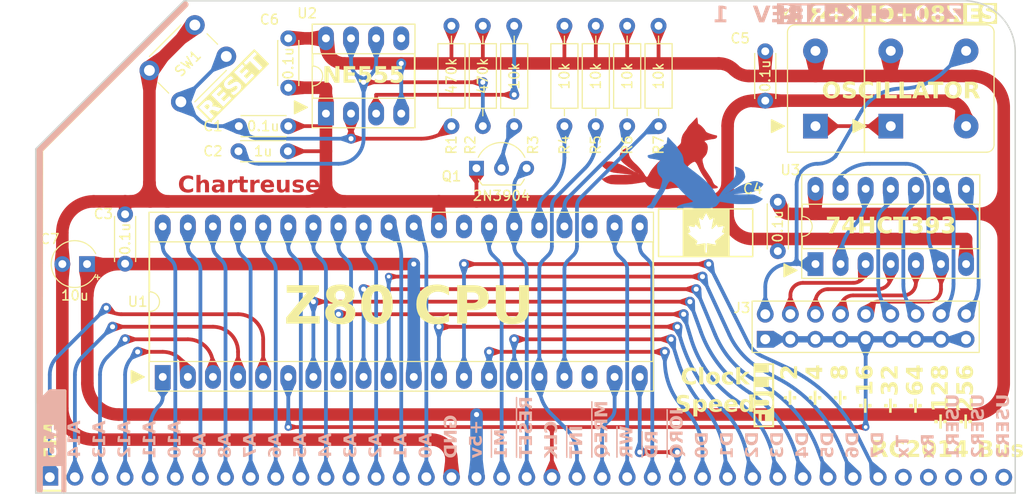
<source format=kicad_pcb>
(kicad_pcb (version 20240108) (generator "pcbnew") (generator_version "8.0")
  (layers (0 "F.Cu" signal) (31 "B.Cu" signal) (34 "B.Paste" user) (35 "F.Paste" user) (36 "B.SilkS" user "B.Silkscreen") (37 "F.SilkS" user "F.Silkscreen") (38 "B.Mask" user) (39 "F.Mask" user) (44 "Edge.Cuts" user))
  (net 0 "")
  (net 1 "/a15")
  (net 2 "/a14")
  (net 3 "/a13")
  (net 4 "/a12")
  (net 5 "/a11")
  (net 6 "/a10")
  (net 7 "/a9")
  (net 8 "/a8")
  (net 9 "/a7")
  (net 10 "/a6")
  (net 11 "/a5")
  (net 12 "/a4")
  (net 13 "/a3")
  (net 14 "/a2")
  (net 15 "/a1")
  (net 16 "/a0")
  (net 17 "GND")
  (net 18 "+5V")
  (net 19 "/~{m1}")
  (net 20 "/~{reset}")
  (net 21 "/clk")
  (net 22 "/~{int}")
  (net 23 "/~{mreq}")
  (net 24 "/~{wr}")
  (net 25 "/~{rd}")
  (net 26 "/~{iorq}")
  (net 27 "/d0")
  (net 28 "/d1")
  (net 29 "/d2")
  (net 30 "/d3")
  (net 31 "/d4")
  (net 32 "/d5")
  (net 33 "/d6")
  (net 34 "/d7")
  (net 35 "/tx")
  (net 36 "/rx")
  (net 37 "/user1")
  (net 38 "/user2")
  (net 39 "/user3")
  (net 40 "Net-(U2-TRIG)")
  (net 41 "Net-(U2-DISCH)")
  (net 42 "Net-(Q1-B)")
  (net 43 "Net-(U2-OUT)")
  (net 44 "/~{nmi}")
  (net 45 "/~{busrq}")
  (net 46 "/~{wait}")
  (net 51 "unconnected-(X1-NC-Pad1)")
  (net 52 "Net-(J3-Pin_12)")
  (net 53 "Net-(J3-Pin_8)")
  (net 54 "Net-(J3-Pin_16)")
  (net 55 "Net-(J3-Pin_2)")
  (net 56 "Net-(J3-Pin_10)")
  (net 57 "Net-(J3-Pin_14)")
  (net 58 "Net-(J3-Pin_4)")
  (net 59 "Net-(J3-Pin_6)")
  (net 60 "Net-(J3-Pin_18)")
  (footprint "Connector_PinHeader_2.54mm:PinHeader_2x09_P2.54mm_Vertical" (layer "F.Cu") (at 176.53 102.87 90)
    (property "Reference" "J3")
    (property "Value" "Conn_02x09_Odd_Even" (hide yes))
  )
  (footprint "Capacitor_THT:C_Disc_D4.3mm_W1.9mm_P5.00mm" (layer "F.Cu") (at 176.53 73.7 -90)
    (property "Reference" "C5")
    (property "Value" "0.1u")
  )
  (footprint "Package_DIP:DIP-8_W7.62mm_Socket_LongPads" (layer "F.Cu") (at 132.08 80.01 90)
    (property "Reference" "U2")
    (property "Value" "NE555")
  )
  (footprint "Resistor_THT:R_Axial_DIN0207_L6.3mm_D2.5mm_P10.16mm_Horizontal" (layer "F.Cu") (at 159.385 71.12 -90)
    (property "Reference" "R5")
    (property "Value" "10k")
  )
  (footprint "Package_DIP:DIP-40_W15.24mm_Socket_LongPads" (layer "F.Cu") (at 115.57 106.68 90)
    (property "Reference" "U1")
    (property "Value" "Z80 CPU")
  )
  (footprint "Connector_PinHeader_2.54mm:PinHeader_1x39_P2.54mm_Vertical" (layer "F.Cu") (at 104.14 116.84 90)
    (property "Reference" "J1" (hide yes))
    (property "Value" "RC2014 Bus")
  )
  (footprint "Oscillator:Oscillator_DIP-14_LargePads" (layer "F.Cu") (at 181.61 81.28)
    (property "Reference" "X1")
    (property "Value" "ACO-7.3728MHz")
  )
  (footprint "Resistor_THT:R_Axial_DIN0207_L6.3mm_D2.5mm_P10.16mm_Horizontal" (layer "F.Cu") (at 147.955 81.28 90)
    (property "Reference" "R2")
    (property "Value" "470k")
  )
  (footprint "Capacitor_THT:C_Disc_D4.3mm_W1.9mm_P5.00mm" (layer "F.Cu") (at 123.23 83.82)
    (property "Reference" "C2")
    (property "Value" "1u")
  )
  (footprint "Package_DIP:DIP-14_W7.62mm_Socket_LongPads" (layer "F.Cu") (at 181.61 95.25 90)
    (property "Reference" "U3")
    (property "Value" "74HCT393")
  )
  (footprint "Button_Switch_THT:SW_PUSH_6mm" (layer "F.Cu") (at 114.220913 75.637107 45)
    (property "Reference" "SW1")
    (property "Value" "RESET")
  )
  (footprint "MountingHole:MountingHole_3.2mm_M3" (layer "F.Cu") (at 108.585 81.28)
    (property "Reference" "REF**" (hide yes))
    (property "Value" "MountingHole_3.2mm_M3")
  )
  (footprint "custom:kitlogo" (layer "F.Cu") (at 165.989 83.82)
    (property "Reference" "G***" (hide yes))
    (property "Value" "LOGO" (hide yes))
  )
  (footprint "Capacitor_THT:C_Disc_D4.3mm_W1.9mm_P5.00mm" (layer "F.Cu") (at 128.27 72.39 -90)
    (property "Reference" "C6")
    (property "Value" "0.1u")
  )
  (footprint "Capacitor_THT:C_Disc_D4.3mm_W1.9mm_P5.00mm" (layer "F.Cu") (at 177.8 88.94 -90)
    (property "Reference" "C4")
    (property "Value" "0.1u")
  )
  (footprint "Resistor_THT:R_Axial_DIN0207_L6.3mm_D2.5mm_P10.16mm_Horizontal" (layer "F.Cu") (at 165.735 71.12 -90)
    (property "Reference" "R7")
    (property "Value" "10k")
  )
  (footprint "Capacitor_THT:CP_Radial_Tantal_D4.5mm_P2.50mm" (layer "F.Cu") (at 107.91 95.25 180)
    (property "Reference" "C7")
    (property "Value" "10u")
  )
  (footprint "Resistor_THT:R_Axial_DIN0207_L6.3mm_D2.5mm_P10.16mm_Horizontal" (layer "F.Cu") (at 156.21 71.12 -90)
    (property "Reference" "R4")
    (property "Value" "10k")
  )
  (footprint "Package_TO_SOT_THT:TO-92L_Inline_Wide" (layer "F.Cu") (at 147.31 85.54)
    (property "Reference" "Q1")
    (property "Value" "2N3904")
  )
  (footprint "Resistor_THT:R_Axial_DIN0207_L6.3mm_D2.5mm_P10.16mm_Horizontal" (layer "F.Cu") (at 151.13 71.12 -90)
    (property "Reference" "R3")
    (property "Value" "10k")
  )
  (footprint "Resistor_THT:R_Axial_DIN0207_L6.3mm_D2.5mm_P10.16mm_Horizontal" (layer "F.Cu") (at 162.56 71.12 -90)
    (property "Reference" "R6")
    (property "Value" "10k")
  )
  (footprint "Capacitor_THT:C_Disc_D4.3mm_W1.9mm_P5.00mm" (layer "F.Cu") (at 123.27 81.28)
    (property "Reference" "C1")
    (property "Value" "0.1u")
  )
  (footprint "Resistor_THT:R_Axial_DIN0207_L6.3mm_D2.5mm_P10.16mm_Horizontal" (layer "F.Cu") (at 144.78 71.12 -90)
    (property "Reference" "R1")
    (property "Value" "470k")
  )
  (footprint "Capacitor_THT:C_Disc_D4.3mm_W1.9mm_P5.00mm" (layer "F.Cu") (at 111.76 95.21 90)
    (property "Reference" "C3")
    (property "Value" "0.1u")
  )
  (footprint "custom:kitlogo" (layer "B.Cu") (at 170.303007 85.811031 180)
    (property "Reference" "G***" (hide yes))
    (property "Value" "LOGO" (hide yes))
  )
  (gr_arc (start 198.12 90.17) (mid 199.916051 90.913949) (end 200.66 92.71) (stroke (width 1.27)) (layer "F.Cu") (net 18))
  (gr_arc (start 133.984162 88.898324) (mid 132.637124 88.340362) (end 132.079162 86.993324) (stroke (width 1.27)) (layer "F.Cu") (net 17))
  (gr_arc (start 172.72 86.995) (mid 172.162038 88.342038) (end 170.815 88.9) (stroke (width 1.27)) (layer "F.Cu") (net 17))
  (gr_arc (start 170.840401 88.886332) (mid 171.975953 89.258453) (end 172.67103 90.230472) (stroke (width 1.27)) (layer "F.Cu") (net 17))
  (gr_arc (start 200.66 87.63) (mid 199.916051 89.426051) (end 198.12 90.17) (stroke (width 1.27)) (layer "F.Cu") (net 18))
  (gr_arc (start 132.079162 86.994162) (mid 131.5212 88.3412) (end 130.174162 88.899162) (stroke (width 1.27)) (layer "F.Cu") (net 17))
  (gr_arc (start 154.305 111.76) (mid 154.754013 111.945987) (end 154.94 112.395) (stroke (width 0.381)) (layer "F.Cu") (net 21))
  (gr_arc (start 116.1288 88.899162) (mid 114.781762 88.3412) (end 114.2238 86.994162) (stroke (width 1.27)) (layer "F.Cu") (net 17))
  (gr_arc (start 114.2238 86.995) (mid 113.665838 88.342038) (end 112.3188 88.9) (stroke (width 1.27)) (layer "F.Cu") (net 17))
  (gr_arc (start 154.94 112.395) (mid 155.125987 111.945987) (end 155.575 111.76) (stroke (width 0.381)) (layer "F.Cu") (net 21))
  (gr_arc (start 107.95 98.425) (mid 108.879936 96.179936) (end 111.125 95.25) (stroke (width 1.27)) (layer "F.Cu") (net 18))
  (gr_arc (start 180.34 95.25) (mid 179.890987 95.064013) (end 179.705 94.615) (stroke (width 0.381)) (layer "B.Cu") (net 55))
  (gr_arc (start 179.705 94.615) (mid 179.519013 95.064013) (end 179.07 95.25) (stroke (width 0.381)) (layer "B.Cu") (net 55))
  (gr_line (start 103.124 83.693) (end 117.856 68.961) (stroke (width 0.635)) (layer "B.SilkS"))
  (gr_line (start 103.124 118.1354) (end 103.124 83.82) (stroke (width 0.635)) (layer "B.SilkS"))
  (gr_poly (pts (xy 104.1146 108.0008) (xy 103.1494 108.966) (xy 103.1494 111.4552) (xy 105.7402 111.4552) (xy 105.7148 108.0008)) (stroke (width 0.15)) (fill solid) (layer "B.SilkS"))
  (gr_poly (pts (xy 103.4288 114.9858) (xy 103.4288 115.6462) (xy 105.7402 115.6208) (xy 105.7402 111.4298) (xy 104.9528 111.4552) (xy 105.0036 114.9858)) (stroke (width 0.15)) (fill solid) (layer "B.SilkS"))
  (gr_line (start 105.5624 115.443) (end 105.5624 118.2624) (stroke (width 0.508)) (layer "B.SilkS"))
  (gr_line (start 105.7148 108.09478) (end 105.7148 118.20652) (stroke (width 0.2)) (layer "F.SilkS"))
  (gr_line (start 102.96398 118.20652) (end 102.96398 109.27588) (stroke (width 0.2)) (layer "F.SilkS"))
  (gr_poly (pts (xy 186.69 81.28) (xy 185.42 81.915) (xy 185.42 80.645)) (stroke (width 0.15)) (fill solid) (layer "F.SilkS"))
  (gr_poly (pts (xy 130.175 79.375) (xy 128.905 80.01) (xy 128.905 78.74)) (stroke (width 0.15)) (fill solid) (layer "F.SilkS"))
  (gr_poly (pts (xy 113.665 106.68) (xy 112.395 107.315) (xy 112.395 106.045)) (stroke (width 0.15)) (fill solid) (layer "F.SilkS"))
  (gr_poly (pts (xy 178.435 81.28) (xy 177.165 81.915) (xy 177.165 80.645)) (stroke (width 0.15)) (fill solid) (layer "F.SilkS"))
  (gr_poly (pts (xy 103.7082 115.57) (xy 105.7148 115.57) (xy 105.7148 114.7064) (xy 103.7082 114.7064)) (stroke (width 0.15)) (fill solid) (layer "F.SilkS"))
  (gr_rect (start 165.735 89.662) (end 175.26 94.488) (stroke (width 0.15)) (fill none) (layer "F.SilkS"))
  (gr_line (start 103.124 109.27588) (end 103.15702 83.693) (stroke (width 0.635)) (layer "F.SilkS"))
  (gr_line (start 102.96398 118.20652) (end 105.7148 118.20652) (stroke (width 0.2)) (layer "F.SilkS"))
  (gr_line (start 103.15702 83.693) (end 117.856 68.961) (stroke (width 0.635)) (layer "F.SilkS"))
  (gr_line (start 186.563 71.12) (end 186.563 83.947) (stroke (width 0.15)) (layer "F.SilkS"))
  (gr_line (start 102.96398 109.27588) (end 104.14508 108.09478) (stroke (width 0.2)) (layer "F.SilkS"))
  (gr_poly (pts (xy 172.93332 94.45625) (xy 168.17082 94.45625) (xy 168.17082 92.139492) (xy 168.706601 92.139492) (xy 169.64025 92.895539) (xy 169.64222 92.897204) (xy 169.644111 92.898936) (xy 169.645921 92.900731) (xy 169.64765 92.902586) (xy 169.649298 92.904499) (xy 169.650863 92.906467) (xy 169.652344 92.908487) (xy 169.653741 92.910556) (xy 169.655054 92.912673) (xy 169.65628 92.914833) (xy 169.657421 92.917035) (xy 169.658474 92.919275) (xy 169.65944 92.921551) (xy 169.660317 92.923861) (xy 169.661104 92.9262) (xy 169.661801 92.928567) (xy 169.662408 92.93096) (xy 169.662923 92.933374) (xy 169.663346 92.935808) (xy 169.663675 92.938258) (xy 169.663911 92.940722) (xy 169.664052 92.943198) (xy 169.664097 92.945682) (xy 169.664047 92.948172) (xy 169.663899 92.950664) (xy 169.663655 92.953158) (xy 169.663311 92.955648) (xy 169.662869 92.958134) (xy 169.662327 92.960611) (xy 169.661684 92.963078) (xy 169.66094 92.965531) (xy 169.660093 92.967969) (xy 169.545 93.285469) (xy 170.397289 93.135648) (xy 170.402571 93.134893) (xy 170.407857 93.134439) (xy 170.413135 93.134284) (xy 170.418394 93.134424) (xy 170.423621 93.134855) (xy 170.428804 93.135574) (xy 170.433933 93.136579) (xy 170.438994 93.137865) (xy 170.443976 93.139429) (xy 170.448868 93.141268) (xy 170.453657 93.143378) (xy 170.458331 93.145756) (xy 170.46288 93.148399) (xy 170.46729 93.151304) (xy 170.47155 93.154466) (xy 170.475648 93.157883) (xy 170.479546 93.161526) (xy 170.483212 93.165361) (xy 170.486641 93.169377) (xy 170.489827 93.173563) (xy 170.492766 93.177907) (xy 170.495454 93.182397) (xy 170.497885 93.187023) (xy 170.500054 93.191774) (xy 170.501957 93.196636) (xy 170.503589 93.201601) (xy 170.504946 93.206655) (xy 170.506021 93.211789) (xy 170.506811 93.216989) (xy 170.507311 93.222246) (xy 170.507516 93.227548) (xy 170.507421 93.232883) (xy 170.462773 94.08914) (xy 170.641367 94.08914) (xy 170.596718 93.232883) (xy 170.596623 93.227548) (xy 170.596828 93.222246) (xy 170.597328 93.216989) (xy 170.598118 93.211789) (xy 170.599194 93.206655) (xy 170.60055 93.201601) (xy 170.602183 93.196636) (xy 170.604086 93.191774) (xy 170.606255 93.187023) (xy 170.608686 93.182397) (xy 170.611373 93.177907) (xy 170.614313 93.173563) (xy 170.617499 93.169377) (xy 170.620928 93.165361) (xy 170.624594 93.161526) (xy 170.628492 93.157883) (xy 170.63259 93.154466) (xy 170.63685 93.151304) (xy 170.64126 93.148399) (xy 170.645808 93.145756) (xy 170.650483 93.143378) (xy 170.655272 93.141268) (xy 170.660163 93.139429) (xy 170.665146 93.137865) (xy 170.670207 93.136579) (xy 170.675336 93.135574) (xy 170.680519 93.134855) (xy 170.685746 93.134424) (xy 170.691005 93.134284) (xy 170.696283 93.134439) (xy 170.701569 93.134893) (xy 170.706851 93.135648) (xy 171.55914 93.285469) (xy 171.444046 92.967969) (xy 171.442456 92.963078) (xy 171.441271 92.958134) (xy 171.440485 92.953158) (xy 171.440093 92.948172) (xy 171.440088 92.943198) (xy 171.440465 92.938258) (xy 171.441217 92.933374) (xy 171.442338 92.928567) (xy 171.443823 92.923861) (xy 171.445666 92.919275) (xy 171.447859 92.914833) (xy 171.450399 92.910556) (xy 171.453277 92.906467) (xy 171.456489 92.902586) (xy 171.460029 92.898936) (xy 171.46389 92.895539) (xy 172.397539 92.139492) (xy 172.187195 92.041266) (xy 172.184483 92.039906) (xy 172.181861 92.038436) (xy 172.17933 92.036858) (xy 172.176891 92.035177) (xy 172.174547 92.033397) (xy 172.1723 92.031522) (xy 172.17015 92.029556) (xy 172.1681 92.027503) (xy 172.166152 92.025368) (xy 172.164308 92.023154) (xy 172.162568 92.020866) (xy 172.160936 92.018507) (xy 172.159412 92.016082) (xy 172.157999 92.013595) (xy 172.156697 92.01105) (xy 172.15551 92.008451) (xy 172.154439 92.005802) (xy 172.153485 92.003108) (xy 172.15265 92.000372) (xy 172.151937 91.997598) (xy 172.151346 91.994791) (xy 172.15088 91.991955) (xy 172.150541 91.989093) (xy 172.150329 91.986211) (xy 172.150247 91.983311) (xy 172.150297 91.980399) (xy 172.150481 91.977477) (xy 172.150799 91.974551) (xy 172.151255 91.971625) (xy 172.151849 91.968702) (xy 172.152584 91.965786) (xy 172.153461 91.962883) (xy 172.338007 91.395352) (xy 171.800242 91.509453) (xy 171.797425 91.509976) (xy 171.794611 91.510371) (xy 171.791802 91.510641) (xy 171.789001 91.510788) (xy 171.78344 91.510716) (xy 171.777954 91.510169) (xy 171.77257 91.509163) (xy 171.767315 91.507711) (xy 171.762216 91.505826) (xy 171.7573 91.503524) (xy 171.752595 91.500818) (xy 171.748126 91.497722) (xy 171.743922 91.494251) (xy 171.74001 91.490418) (xy 171.736415 91.486237) (xy 171.733166 91.481723) (xy 171.73168 91.479345) (xy 171.730289 91.476889) (xy 171.728999 91.474357) (xy 171.727812 91.47175) (xy 171.623632 91.22668) (xy 171.203937 91.677133) (xy 171.202056 91.679036) (xy 171.200112 91.680849) (xy 171.198108 91.682569) (xy 171.196046 91.684197) (xy 171.19393 91.685733) (xy 171.191764 91.687174) (xy 171.189549 91.688522) (xy 171.187289 91.689775) (xy 171.184988 91.690934) (xy 171.182648 91.691996) (xy 171.180273 91.692963) (xy 171.177865 91.693833) (xy 171.172964 91.695281) (xy 171.167971 91.696337) (xy 171.162911 91.696995) (xy 171.157807 91.697252) (xy 171.155247 91.697229) (xy 171.152686 91.697104) (xy 171.150126 91.696876) (xy 171.147571 91.696545) (xy 171.145024 91.696111) (xy 171.142487 91.695573) (xy 171.139965 91.694931) (xy 171.13746 91.694183) (xy 171.134976 91.69333) (xy 171.132515 91.692371) (xy 171.13008 91.691305) (xy 171.127675 91.690132) (xy 171.12532 91.68886) (xy 171.123035 91.687503) (xy 171.120821 91.686061) (xy 171.11868 91.684539) (xy 171.116613 91.682939) (xy 171.114621 91.681264) (xy 171.112706 91.679516) (xy 171.110869 91.677699) (xy 171.109112 91.675815) (xy 171.107436 91.673867) (xy 171.105841 91.671858) (xy 171.104331 91.669791) (xy 171.102905 91.667669) (xy 171.101566 91.665494) (xy 171.100315 91.663269) (xy 171.099153 91.660997) (xy 171.098081 91.658682) (xy 171.097101 91.656325) (xy 171.096215 91.653929) (xy 171.095423 91.651498) (xy 171.094727 91.649034) (xy 171.094128 91.64654) (xy 171.093629 91.64402) (xy 171.093229 91.641474) (xy 171.092931 91.638908) (xy 171.092736 91.636323) (xy 171.092645 91.633721) (xy 171.09266 91.631107) (xy 171.092782 91.628483) (xy 171.093013 91.625852) (xy 171.093353 91.623216) (xy 171.093804 91.620578) (xy 171.29621 90.576797) (xy 170.971765 90.76432) (xy 170.968843 90.765933) (xy 170.965857 90.767385) (xy 170.962811 90.768677) (xy 170.959714 90.769808) (xy 170.95657 90.770777) (xy 170.953388 90.771582) (xy 170.950172 90.772224) (xy 170.94693 90.772702) (xy 170.943668 90.773014) (xy 170.940392 90.773161) (xy 170.937109 90.77314) (xy 170.933825 90.772952) (xy 170.930547 90.772596) (xy 170.927281 90.77207) (xy 170.924033 90.771374) (xy 170.920811 90.770508) (xy 170.917637 90.769477) (xy 170.914536 90.768288) (xy 170.911511 90.766948) (xy 170.908569 90.765458) (xy 170.905714 90.763825) (xy 170.902951 90.762052) (xy 170.900285 90.760142) (xy 170.897721 90.758102) (xy 170.895264 90.755933) (xy 170.892919 90.753641) (xy 170.890691 90.75123) (xy 170.888584 90.748704) (xy 170.886605 90.746066) (xy 170.884757 90.743323) (xy 170.883046 90.740476) (xy 170.881476 90.737531) (xy 170.55207 90.090625) (xy 170.222664 90.737531) (xy 170.221094 90.740476) (xy 170.219383 90.743323) (xy 170.217535 90.746066) (xy 170.215556 90.748704) (xy 170.213449 90.75123) (xy 170.211221 90.753641) (xy 170.208876 90.755933) (xy 170.206419 90.758102) (xy 170.203855 90.760142) (xy 170.201189 90.762052) (xy 170.198426 90.763825) (xy 170.195571 90.765458) (xy 170.192629 90.766948) (xy 170.189604 90.768288) (xy 170.186503 90.769477) (xy 170.183329 90.770508) (xy 170.180107 90.771374) (xy 170.176859 90.77207) (xy 170.173593 90.772596) (xy 170.170315 90.772952) (xy 170.167031 90.77314) (xy 170.163748 90.773161) (xy 170.160472 90.773014) (xy 170.15721 90.772702) (xy 170.153968 90.772224) (xy 170.150752 90.771582) (xy 170.147569 90.770777) (xy 170.144426 90.769808) (xy 170.141328 90.768677) (xy 170.138283 90.767385) (xy 170.135296 90.765933) (xy 170.132375 90.76432) (xy 169.807929 90.576797) (xy 170.010336 91.620578) (xy 170.011127 91.625852) (xy 170.011479 91.631107) (xy 170.011404 91.636323) (xy 170.010911 91.641474) (xy 170.010011 91.64654) (xy 170.008717 91.651498) (xy 170.007039 91.656325) (xy 170.004987 91.660997) (xy 170.002573 91.665494) (xy 169.999809 91.669791) (xy 169.996704 91.673867) (xy 169.99327 91.677699) (xy 169.989518 91.681264) (xy 169.98546 91.684539) (xy 169.981105 91.687503) (xy 169.976465 91.690132) (xy 169.971625 91.692371) (xy 169.966679 91.694183) (xy 169.961652 91.695573) (xy 169.956569 91.696545) (xy 169.951454 91.697104) (xy 169.946333 91.697252) (xy 169.941229 91.696995) (xy 169.936168 91.696337) (xy 169.931175 91.695281) (xy 169.926275 91.693833) (xy 169.921492 91.691996) (xy 169.916851 91.689775) (xy 169.912376 91.687174) (xy 169.908094 91.684197) (xy 169.904028 91.680849) (xy 169.900203 91.677133) (xy 169.480507 91.22668) (xy 169.376328 91.47175) (xy 169.375141 91.474357) (xy 169.37385 91.476889) (xy 169.37246 91.479345) (xy 169.370974 91.481723) (xy 169.369394 91.484021) (xy 169.367725 91.486237) (xy 169.365969 91.48837) (xy 169.36413 91.490418) (xy 169.362212 91.492379) (xy 169.360217 91.494251) (xy 169.35815 91.496033) (xy 169.356014 91.497722) (xy 169.353811 91.499318) (xy 169.351545 91.500818) (xy 169.349221 91.502221) (xy 169.34684 91.503524) (xy 169.344407 91.504727) (xy 169.341924 91.505826) (xy 169.339396 91.506822) (xy 169.336825 91.507711) (xy 169.334216 91.508492) (xy 169.33157 91.509163) (xy 169.328893 91.509723) (xy 169.326186 91.510169) (xy 169.323454 91.510501) (xy 169.3207 91.510716) (xy 169.317927 91.510812) (xy 169.315138 91.510788) (xy 169.312338 91.510641) (xy 169.309529 91.510371) (xy 169.306714 91.509976) (xy 169.303898 91.509453) (xy 168.766132 91.395352) (xy 168.950679 91.962883) (xy 168.951556 91.965786) (xy 168.952291 91.968702) (xy 168.952885 91.971625) (xy 168.953341 91.974551) (xy 168.953659 91.977477) (xy 168.953843 91.980399) (xy 168.953893 91.983311) (xy 168.953811 91.986211) (xy 168.953599 91.989093) (xy 168.953259 91.991955) (xy 168.952203 91.997598) (xy 168.950655 92.003108) (xy 168.948629 92.008451) (xy 168.946141 92.013595) (xy 168.943204 92.018507) (xy 168.939832 92.023154) (xy 168.937987 92.025368) (xy 168.936039 92.027503) (xy 168.93399 92.029556) (xy 168.93184 92.031522) (xy 168.929593 92.033397) (xy 168.927249 92.035177) (xy 168.92481 92.036858) (xy 168.922279 92.038436) (xy 168.919657 92.039906) (xy 168.916945 92.041266) (xy 168.706601 92.139492) (xy 168.17082 92.139492) (xy 168.17082 89.69375) (xy 172.93332 89.69375)) (stroke (width -0.000001)) (fill solid) (layer "F.SilkS"))
  (gr_poly (pts (xy 103.55453 108.68533) (xy 105.7148 108.6866) (xy 105.7148 108.09478) (xy 104.14508 108.09478)) (stroke (width 0.15)) (fill solid) (layer "F.SilkS"))
  (gr_line (start 104.14508 108.09478) (end 105.7148 108.09478) (stroke (width 0.2)) (layer "F.SilkS"))
  (gr_poly (pts (xy 179.705 95.885) (xy 178.435 96.52) (xy 178.435 95.25)) (stroke (width 0.15)) (fill solid) (layer "F.SilkS"))
  (gr_poly (pts (xy 103.6828 108.5596) (xy 103.7082 115.57) (xy 102.9462 115.57) (xy 102.96398 109.27588)) (stroke (width 0.15)) (fill solid) (layer "F.SilkS"))
  (gr_arc (start 196.6374 68.58) (mid 200.300213 70.097187) (end 201.8174 73.76) (stroke (width 0.15)) (layer "Edge.Cuts"))
  (gr_line (start 102.7176 83.5914) (end 102.7176 118.4402) (stroke (width 0.15)) (layer "Edge.Cuts"))
  (gr_line (start 102.7176 118.4402) (end 201.819 118.4402) (stroke (width 0.15)) (layer "Edge.Cuts"))
  (gr_line (start 201.819 73.76) (end 201.819 118.4402) (stroke (width 0.15)) (layer "Edge.Cuts"))
  (gr_line (start 117.729 68.58) (end 102.7176 83.5914) (stroke (width 0.15)) (layer "Edge.Cuts"))
  (gr_line (start 196.6374 68.58) (end 117.729 68.58) (stroke (width 0.15)) (layer "Edge.Cuts"))
  (gr_text "Chartreuse" (at 117.094 88.265 0) (layer "F.Cu") (effects (font (size 1.651 1.651) (thickness 0.3) (bold yes)) (justify left bottom)))
  (gr_text "D5" (at 182.88 114.935 90) (layer "B.SilkS") (effects (font (size 1.27 1.27)) (justify right mirror)))
  (gr_text "A6" (at 127 114.935 90) (layer "B.SilkS") (effects (font (size 1.27 1.27)) (justify right mirror)))
  (gr_text "D3" (at 177.8 114.935 90) (layer "B.SilkS") (effects (font (size 1.27 1.27)) (justify right mirror)))
  (gr_text "Rx" (at 193.04 114.935 90) (layer "B.SilkS") (effects (font (size 1.27 1.27)) (justify right mirror)))
  (gr_text "Tx" (at 190.5 114.935 90) (layer "B.SilkS") (effects (font (size 1.27 1.27)) (justify right mirror)))
  (gr_text "A8" (at 121.92 114.935 90) (layer "B.SilkS") (effects (font (size 1.27 1.27)) (justify right mirror)))
  (gr_text "A2" (at 137.16 114.935 90) (layer "B.SilkS") (effects (font (size 1.27 1.27)) (justify right mirror)))
  (gr_text "A11" (at 114.3 114.935 90) (layer "B.SilkS") (effects (font (size 1.27 1.27)) (justify right mirror)))
  (gr_text "A9" (at 119.38 114.935 90) (layer "B.SilkS") (effects (font (size 1.27 1.27)) (justify right mirror)))
  (gr_text "~{MREQ}" (at 160.02 114.935 90) (layer "B.SilkS") (effects (font (size 1.27 1.27)) (justify right mirror)))
  (gr_text "~{M1}" (at 149.86 114.935 90) (layer "B.SilkS") (effects (font (size 1.27 1.27)) (justify right mirror)))
  (gr_text "D4" (at 180.34 114.935 90) (layer "B.SilkS") (effects (font (size 1.27 1.27)) (justify right mirror)))
  (gr_text "A3" (at 134.62 114.935 90) (layer "B.SilkS") (effects (font (size 1.27 1.27)) (justify right mirror)))
  (gr_text "D6" (at 185.42 114.935 90) (layer "B.SilkS") (effects (font (size 1.27 1.27)) (justify right mirror)))
  (gr_text "+5v" (at 147.32 114.935 90) (layer "B.SilkS") (effects (font (size 1.27 1.27)) (justify right mirror)))
  (gr_text "D0" (at 170.18 114.935 90) (layer "B.SilkS") (effects (font (size 1.27 1.27)) (justify right mirror)))
  (gr_text "A1" (at 139.7 114.935 90) (layer "B.SilkS") (effects (font (size 1.27 1.27)) (justify right mirror)))
  (gr_text "USER3" (at 200.66 114.935 90) (layer "B.SilkS") (effects (font (size 1.27 1.27)) (justify right mirror)))
  (gr_text "CLK" (at 154.94 114.935 90) (layer "B.SilkS") (effects (font (size 1.27 1.27)) (justify right mirror)))
  (gr_text "D1" (at 172.72 114.935 90) (layer "B.SilkS") (effects (font (size 1.27 1.27)) (justify right mirror)))
  (gr_text "~{RESET}" (at 152.4 114.935 90) (layer "B.SilkS") (effects (font (size 1.27 1.27)) (justify right mirror)))
  (gr_text "A10" (at 116.84 114.935 90) (layer "B.SilkS") (effects (font (size 1.27 1.27)) (justify right mirror)))
  (gr_text "~{WR}" (at 162.56 114.935 90) (layer "B.SilkS") (effects (font (size 1.27 1.27)) (justify right mirror)))
  (gr_text "USER1" (at 195.58 114.935 90) (layer "B.SilkS") (effects (font (size 1.27 1.27)) (justify right mirror)))
  (gr_text "Z80+CLK+RES" (at 196.469 71.0184 0) (layer "B.SilkS" knockout) (effects (font (size 1.651 1.651) (thickness 0.3) (bold yes)) (justify left bottom mirror)))
  (gr_text "A0" (at 142.24 114.935 90) (layer "B.SilkS") (effects (font (size 1.27 1.27)) (justify right mirror)))
  (gr_text "A15" (at 104.267 114.935 90) (layer "B.SilkS" knockout) (effects (font (size 1.27 1.27)) (justify right mirror)))
  (gr_text "~{IORQ}" (at 167.64 114.935 90) (layer "B.SilkS") (effects (font (size 1.27 1.27)) (justify right mirror)))
  (gr_text "A14" (at 106.68 114.935 90) (layer "B.SilkS") (effects (font (size 1.27 1.27)) (justify right mirror)))
  (gr_text "D2" (at 175.26 114.935 90) (layer "B.SilkS") (effects (font (size 1.27 1.27)) (justify right mirror)))
  (gr_text "A12" (at 111.76 114.935 90) (layer "B.SilkS") (effects (font (size 1.27 1.27)) (justify right mirror)))
  (gr_text "A5" (at 129.54 114.935 90) (layer "B.SilkS") (effects (font (size 1.27 1.27)) (justify right mirror)))
  (gr_text "REV   1" (at 180.4162 71.0438 0) (layer "B.SilkS") (effects (font (size 1.651 1.651)) (justify left bottom mirror)))
  (gr_text "GND" (at 144.78 114.935 90) (layer "B.SilkS") (effects (font (size 1.27 1.27)) (justify right mirror)))
  (gr_text "USER2" (at 198.12 114.935 90) (layer "B.SilkS") (effects (font (size 1.27 1.27)) (justify right mirror)))
  (gr_text "A13" (at 109.22 114.935 90) (layer "B.SilkS") (effects (font (size 1.27 1.27)) (justify right mirror)))
  (gr_text "A7" (at 124.46 114.935 90) (layer "B.SilkS") (effects (font (size 1.27 1.27)) (justify right mirror)))
  (gr_text "A4" (at 132.08 114.935 90) (layer "B.SilkS") (effects (font (size 1.27 1.27)) (justify right mirror)))
  (gr_text "~{INT}" (at 157.48 114.935 90) (layer "B.SilkS") (effects (font (size 1.27 1.27)) (justify right mirror)))
  (gr_text "~{RD}" (at 165.1 114.935 90) (layer "B.SilkS") (effects (font (size 1.27 1.27)) (justify right mirror)))
  (gr_text "D7" (at 187.96 114.935 90) (layer "B.SilkS") (effects (font (size 1.27 1.27)) (justify right mirror)))
  (gr_text "÷64" (at 191.77 105.41 90) (layer "F.SilkS") (effects (font (size 1.651 1.651)) (justify right)))
  (gr_text "OSCILLATOR" (at 182.245 78.74 0) (layer "F.SilkS") (effects (font (size 1.651 1.651) (thickness 0.3) (bold yes)) (justify left bottom)))
  (gr_text "Clock\nSpeed" (at 171.45 110.49 0) (layer "F.SilkS") (effects (font (size 1.651 1.651)) (justify bottom)))
  (gr_text "÷16" (at 186.69 105.41 90) (layer "F.SilkS") (effects (font (size 1.651 1.651)) (justify right)))
  (gr_text "Z80+CLK+RES" (at 181.229 70.993 0) (layer "F.SilkS" knockout) (effects (font (size 1.651 1.651) (thickness 0.3) (bold yes)) (justify left bottom)))
  (gr_text "Pin 1" (at 104.775 111.76 90) (layer "F.SilkS" knockout) (effects (font (size 1.5 1.5) (thickness 0.3))))
  (gr_text "FULL" (at 176.53 105.41 90) (layer "F.SilkS" knockout) (effects (font (size 1.651 1.651)) (justify right)))
  (gr_text "÷256" (at 196.85 105.41 90) (layer "F.SilkS") (effects (font (size 1.651 1.651)) (justify right)))
  (gr_text "÷ 8" (at 184.15 105.41 90) (layer "F.SilkS") (effects (font (size 1.651 1.651)) (justify right)))
  (gr_text "÷32" (at 189.23 105.41 90) (layer "F.SilkS") (effects (font (size 1.651 1.651)) (justify right)))
  (gr_text "÷ 2" (at 179.07 105.41 90) (layer "F.SilkS") (effects (font (size 1.651 1.651)) (justify right)))
  (gr_text "÷128" (at 194.31 105.41 90) (layer "F.SilkS") (effects (font (size 1.651 1.651)) (justify right)))
  (gr_text "÷ 4" (at 181.61 105.41 90) (layer "F.SilkS") (effects (font (size 1.651 1.651)) (justify right)))
  (segment (start 125.73 102.87) (end 125.73 106.68) (width 0.381) (layer "F.Cu") (net 1))
  (segment (start 111.388026 100.33) (end 123.19 100.33) (width 0.381) (layer "F.Cu") (net 1))
  (via (at 109.855 99.695) (size 1.016) (drill 0.508) (layers "F.Cu" "B.Cu") (net 1))
  (arc (start 125.73 102.87) (mid 124.986051 101.073949) (end 123.19 100.33) (width 0.381) (layer "F.Cu") (net 1))
  (arc (start 111.388026 100.33) (mid 110.558359 100.164969) (end 109.855 99.695) (width 0.381) (layer "F.Cu") (net 1))
  (segment (start 104.14 106.462102) (end 104.14 116.84) (width 0.381) (layer "B.Cu") (net 1))
  (segment (start 109.855 99.695) (end 104.883949 104.666051) (width 0.381) (layer "B.Cu") (net 1))
  (arc (start 104.14 106.462102) (mid 104.333346 105.490086) (end 104.883949 104.666051) (width 0.381) (layer "B.Cu") (net 1))
  (segment (start 123.19 104.14) (end 123.19 106.68) (width 0.381) (layer "F.Cu") (net 2))
  (segment (start 110.49 101.6) (end 120.65 101.6) (width 0.381) (layer "F.Cu") (net 2))
  (via (at 110.49 101.6) (size 1.016) (drill 0.508) (layers "F.Cu" "B.Cu") (net 2))
  (arc (start 123.19 104.14) (mid 122.446051 102.343949) (end 120.65 101.6) (width 0.381) (layer "F.Cu") (net 2))
  (segment (start 106.68 116.84) (end 106.68 106.462102) (width 0.381) (layer "B.Cu") (net 2))
  (segment (start 107.423949 104.666051) (end 110.49 101.6) (width 0.381) (layer "B.Cu") (net 2))
  (arc (start 106.68 106.462102) (mid 106.873346 105.490086) (end 107.423949 104.666051) (width 0.381) (layer "B.Cu") (net 2))
  (segment (start 111.76 102.87) (end 118.11 102.87) (width 0.381) (layer "F.Cu") (net 3))
  (segment (start 120.65 105.41) (end 120.65 106.68) (width 0.381) (layer "F.Cu") (net 3))
  (via (at 111.76 102.87) (size 1.016) (drill 0.508) (layers "F.Cu" "B.Cu") (net 3))
  (arc (start 120.65 105.41) (mid 119.906051 103.613949) (end 118.11 102.87) (width 0.381) (layer "F.Cu") (net 3))
  (segment (start 109.22 116.84) (end 109.22 106.462102) (width 0.381) (layer "B.Cu") (net 3))
  (segment (start 109.963949 104.666051) (end 111.76 102.87) (width 0.381) (layer "B.Cu") (net 3))
  (arc (start 109.963949 104.666051) (mid 109.413346 105.490086) (end 109.22 106.462102) (width 0.381) (layer "B.Cu") (net 3))
  (segment (start 118.11 106.68) (end 118.11 106.68) (width 0.381) (layer "F.Cu") (net 4))
  (segment (start 113.03 104.14) (end 115.57 104.14) (width 0.381) (layer "F.Cu") (net 4))
  (via (at 113.03 104.14) (size 1.016) (drill 0.508) (layers "F.Cu" "B.Cu") (net 4))
  (arc (start 115.57 104.14) (mid 117.366051 104.883949) (end 118.11 106.68) (width 0.381) (layer "F.Cu") (net 4))
  (segment (start 111.76 116.84) (end 111.76 106.462102) (width 0.381) (layer "B.Cu") (net 4))
  (segment (start 112.503949 104.666051) (end 113.03 104.14) (width 0.381) (layer "B.Cu") (net 4))
  (arc (start 111.76 106.462102) (mid 111.953346 105.490086) (end 112.503949 104.666051) (width 0.381) (layer "B.Cu") (net 4))
  (segment (start 115.57 108.693949) (end 115.57 106.68) (width 0.381) (layer "B.Cu") (net 5))
  (segment (start 114.3 116.84) (end 114.3 111.75995) (width 0.381) (layer "B.Cu") (net 5))
  (arc (start 115.198026 109.591974) (mid 114.533379 110.58667) (end 114.3 111.75995) (width 0.381) (layer "B.Cu") (net 5))
  (arc (start 115.198026 109.591974) (mid 115.473327 109.179957) (end 115.57 108.693949) (width 0.381) (layer "B.Cu") (net 5))
  (segment (start 116.84 116.84) (end 116.84 95.776051) (width 0.381) (layer "B.Cu") (net 6))
  (segment (start 115.57 93.453949) (end 115.57 91.44) (width 0.381) (layer "B.Cu") (net 6))
  (segment (start 116.468025 94.878025) (end 115.941974 94.351974) (width 0.381) (layer "B.Cu") (net 6))
  (arc (start 116.468025 94.878025) (mid 116.743327 95.290043) (end 116.84 95.776051) (width 0.381) (layer "B.Cu") (net 6))
  (arc (start 115.941974 94.351974) (mid 115.666673 93.939957) (end 115.57 93.453949) (width 0.381) (layer "B.Cu") (net 6))
  (segment (start 119.008025 94.878025) (end 118.481974 94.351974) (width 0.381) (layer "B.Cu") (net 7))
  (segment (start 119.38 116.84) (end 119.38 95.776051) (width 0.381) (layer "B.Cu") (net 7))
  (segment (start 118.11 93.453949) (end 118.11 91.44) (width 0.381) (layer "B.Cu") (net 7))
  (arc (start 118.11 93.453949) (mid 118.206673 93.939957) (end 118.481974 94.351974) (width 0.381) (layer "B.Cu") (net 7))
  (arc (start 119.38 95.776051) (mid 119.283327 95.290043) (end 119.008025 94.878025) (width 0.381) (layer "B.Cu") (net 7))
  (segment (start 121.92 116.84) (end 121.92 95.776051) (width 0.381) (layer "B.Cu") (net 8))
  (segment (start 120.65 93.453949) (end 120.65 91.44) (width 0.381) (layer "B.Cu") (net 8))
  (segment (start 121.548025 94.878025) (end 121.021974 94.351974) (width 0.381) (layer "B.Cu") (net 8))
  (arc (start 121.92 95.776051) (mid 121.823327 95.290043) (end 121.548025 94.878025) (width 0.381) (layer "B.Cu") (net 8))
  (arc (start 120.65 93.453949) (mid 120.746673 93.939957) (end 121.021974 94.351974) (width 0.381) (layer "B.Cu") (net 8))
  (segment (start 123.19 93.453949) (end 123.19 91.44) (width 0.381) (layer "B.Cu") (net 9))
  (segment (start 124.46 116.84) (end 124.46 95.776051) (width 0.381) (layer "B.Cu") (net 9))
  (segment (start 124.088025 94.878025) (end 123.561974 94.351974) (width 0.381) (layer "B.Cu") (net 9))
  (arc (start 124.46 95.776051) (mid 124.363327 95.290043) (end 124.088025 94.878025) (width 0.381) (layer "B.Cu") (net 9))
  (arc (start 123.561974 94.351974) (mid 123.286673 93.939957) (end 123.19 93.453949) (width 0.381) (layer "B.Cu") (net 9))
  (segment (start 127 116.84) (end 127 95.776051) (width 0.381) (layer "B.Cu") (net 10))
  (segment (start 126.628025 94.878025) (end 126.101974 94.351974) (width 0.381) (layer "B.Cu") (net 10))
  (segment (start 125.73 93.453949) (end 125.73 91.44) (width 0.381) (layer "B.Cu") (net 10))
  (arc (start 125.73 93.453949) (mid 125.826673 93.939957) (end 126.101974 94.351974) (width 0.381) (layer "B.Cu") (net 10))
  (arc (start 127 95.776051) (mid 126.903327 95.290043) (end 126.628025 94.878025) (width 0.381) (layer "B.Cu") (net 10))
  (segment (start 129.54 116.84) (end 129.54 95.776051) (width 0.381) (layer "B.Cu") (net 11))
  (segment (start 129.168025 94.878025) (end 128.641974 94.351974) (width 0.381) (layer "B.Cu") (net 11))
  (segment (start 128.27 93.453949) (end 128.27 91.44) (width 0.381) (layer "B.Cu") (net 11))
  (arc (start 129.54 95.776051) (mid 129.443327 95.290043) (end 129.168025 94.878025) (width 0.381) (layer "B.Cu") (net 11))
  (arc (start 128.27 93.453949) (mid 128.366673 93.939957) (end 128.641974 94.351974) (width 0.381) (layer "B.Cu") (net 11))
  (segment (start 131.708025 94.878025) (end 131.181974 94.351974) (width 0.381) (layer "B.Cu") (net 12))
  (segment (start 130.81 93.453949) (end 130.81 91.44) (width 0.381) (layer "B.Cu") (net 12))
  (segment (start 132.08 116.84) (end 132.08 95.776051) (width 0.381) (layer "B.Cu") (net 12))
  (arc (start 131.708025 94.878025) (mid 131.983327 95.290043) (end 132.08 95.776051) (width 0.381) (layer "B.Cu") (net 12))
  (arc (start 131.181974 94.351974) (mid 130.906673 93.939957) (end 130.81 93.453949) (width 0.381) (layer "B.Cu") (net 12))
  (segment (start 134.248025 94.878025) (end 133.721974 94.351974) (width 0.381) (layer "B.Cu") (net 13))
  (segment (start 133.35 93.453949) (end 133.35 91.44) (width 0.381) (layer "B.Cu") (net 13))
  (segment (start 134.62 116.84) (end 134.62 95.776051) (width 0.381) (layer "B.Cu") (net 13))
  (arc (start 133.721974 94.351974) (mid 133.446673 93.939957) (end 133.35 93.453949) (width 0.381) (layer "B.Cu") (net 13))
  (arc (start 134.62 95.776051) (mid 134.523327 95.290043) (end 134.248025 94.878025) (width 0.381) (layer "B.Cu") (net 13))
  (segment (start 136.788025 94.878025) (end 136.261974 94.351974) (width 0.381) (layer "B.Cu") (net 14))
  (segment (start 137.16 116.84) (end 137.16 95.776051) (width 0.381) (layer "B.Cu") (net 14))
  (segment (start 135.89 93.453949) (end 135.89 91.44) (width 0.381) (layer "B.Cu") (net 14))
  (arc (start 136.261974 94.351974) (mid 135.986673 93.939957) (end 135.89 93.453949) (width 0.381) (layer "B.Cu") (net 14))
  (arc (start 137.16 95.776051) (mid 137.063327 95.290043) (end 136.788025 94.878025) (width 0.381) (layer "B.Cu") (net 14))
  (segment (start 139.7 116.84) (end 139.7 94.505986) (width 0.381) (layer "B.Cu") (net 15))
  (arc (start 138.43 91.44) (mid 139.36995 92.846711) (end 139.7 94.505986) (width 0.381) (layer "B.Cu") (net 15))
  (segment (start 142.24 116.84) (end 142.24 94.506044) (width 0.381) (layer "B.Cu") (net 16))
  (arc (start 140.97 91.44) (mid 141.909939 92.846716) (end 142.24 94.506044) (width 0.381) (layer "B.Cu") (net 16))
  (segment (start 108.585 88.9) (end 111.76 88.9) (width 1.27) (layer "F.Cu") (net 17))
  (segment (start 105.41 95.25) (end 105.41 92.075) (width 1.27) (layer "F.Cu") (net 17))
  (segment (start 172.72 88.9) (end 172.72 81.253473) (width 1.27) (layer "F.Cu") (net 17))
  (segment (start 177.8 93.94) (end 177.8 92.71) (width 1.27) (layer "F.Cu") (net 17))
  (segment (start 128.27 81.28) (end 132.08 81.28) (width 0.381) (layer "F.Cu") (net 17))
  (segment (start 177.8 92.71) (end 184.15 92.71) (width 1.27) (layer "F.Cu") (net 17))
  (segment (start 114.220913 88.820913) (end 114.3 88.9) (width 1.27) (layer "F.Cu") (net 17))
  (segment (start 175.26 92.71) (end 177.8 92.71) (width 1.27) (layer "F.Cu") (net 17))
  (segment (start 194.815341 78.7) (end 176.53 78.7) (width 1.27) (layer "F.Cu") (net 17))
  (segment (start 128.27 77.39) (end 132 77.39) (width 1.27) (layer "F.Cu") (net 17))
  (segment (start 132.08 80.01) (end 132.08 81.28) (width 1.27) (layer "F.Cu") (net 17))
  (segment (start 196.85 92.71) (end 196.85 95.25) (width 1.27) (layer "F.Cu") (net 17))
  (segment (start 114.3 88.9) (end 132.08 88.9) (width 1.27) (layer "F.Cu") (net 17))
  (segment (start 132.08 88.9) (end 143.51 88.9) (width 1.27) (layer "F.Cu") (net 17))
  (segment (start 132.08 77.47) (end 132.08 80.01) (width 1.27) (layer "F.Cu") (net 17))
  (segment (start 132.08 81.28) (end 132.08 83.82) (width 1.27) (layer "F.Cu") (net 17))
  (segment (start 147.31 88.89) (end 147.32 88.9) (width 0.381) (layer "F.Cu") (net 17))
  (segment (start 111.76 90.21) (end 111.76 88.9) (width 1.27) (layer "F.Cu") (net 17))
  (segment (start 142.772783 113.03) (end 108.585 113.03) (width 1.27) (layer "F.Cu") (net 17))
  (segment (start 143.51 88.9) (end 143.51 91.44) (width 1.27) (layer "F.Cu") (net 17))
  (segment (start 184.15 92.71) (end 196.85 92.71) (width 1.27) (layer "F.Cu") (net 17))
  (segment (start 147.32 88.9) (end 172.72 88.9) (width 1.27) (layer "F.Cu") (net 17))
  (segment (start 184.15 95.25) (end 184.15 92.71) (width 0.381) (layer "F.Cu") (net 17))
  (segment (start 132 77.39) (end 132.08 77.47) (width 1.27) (layer "F.Cu") (net 17))
  (segment (start 128.23 83.82) (end 132.08 83.82) (width 0.381) (layer "F.Cu") (net 17))
  (segment (start 147.31 85.54) (end 147.31 88.89) (width 0.381) (layer "F.Cu") (net 17))
  (segment (start 175.233335 78.713613) (end 176.53 78.7) (width 1.27) (layer "F.Cu") (net 17))
  (segment (start 143.51 88.9) (end 147.32 88.9) (width 1.27) (layer "F.Cu") (net 17))
  (segment (start 172.72 88.9) (end 172.72 90.17) (width 1.27) (layer "F.Cu") (net 17))
  (segment (start 132.08 83.82) (end 132.08 88.9) (width 1.27) (layer "F.Cu") (net 17))
  (segment (start 144.78 116.84) (end 144.78 115.037217) (width 1.27) (layer "F.Cu") (net 17))
  (segment (start 118.817107 71.040913) (end 114.220913 75.637107) (width 1.27) (layer "F.Cu") (net 17))
  (segment (start 114.220913 75.637107) (end 114.220913 88.820913) (width 1.27) (layer "F.Cu") (net 17))
  (segment (start 105.41 95.25) (end 105.41 109.855) (width 1.27) (layer "F.Cu") (net 17))
  (segment (start 111.76 88.9) (end 114.3 88.9) (width 1.27) (layer "F.Cu") (net 17))
  (arc (start 108.585 88.9) (mid 106.339936 89.829936) (end 105.41 92.075) (width 1.27) (layer "F.Cu") (net 17))
  (arc (start 175.233335 78.713613) (mid 173.454546 79.466874) (end 172.72 81.253473) (width 1.27) (layer "F.Cu") (net 17))
  (arc (start 194.815341 78.7) (mid 196.236669 79.28229) (end 196.840921 80.69442) (width 1.27) (layer "F.Cu") (net 17))
  (arc (start 142.772783 113.03) (mid 144.1921 113.6179) (end 144.78 115.037217) (width 1.27) (layer "F.Cu") (net 17))
  (arc (start 108.585 113.03) (mid 106.339936 112.100064) (end 105.41 109.855) (width 1.27) (layer "F.Cu") (net 17))
  (arc (start 172.72 90.17) (mid 173.463949 91.966051) (end 175.26 92.71) (width 1.27) (layer "F.Cu") (net 17))
  (segment (start 184.15 94.584359) (end 184.15 95.25) (width 0.381) (layer "B.Cu") (net 17))
  (segment (start 186.69 87.63) (end 186.69 88.452309) (width 0.381) (layer "B.Cu") (net 17))
  (arc (start 185.47541 91.38459) (mid 184.494452 92.852678) (end 184.15 94.584359) (width 0.381) (layer "B.Cu") (net 17))
  (arc (start 186.69 88.452309) (mid 186.374338 90.039248) (end 185.47541 91.38459) (width 0.381) (layer "B.Cu") (net 17))
  (segment (start 144.78 74.93) (end 147.955 74.93) (width 1.27) (layer "F.Cu") (net 18))
  (segment (start 181.61 73.66) (end 181.61 76.2) (width 1.27) (layer "F.Cu") (net 18))
  (segment (start 144.78 71.12) (end 144.78 74.93) (width 0.381) (layer "F.Cu") (net 18))
  (segment (start 159.385 74.93) (end 162.56 74.93) (width 1.27) (layer "F.Cu") (net 18))
  (segment (start 165.735 74.93) (end 171.81654 74.93) (width 1.27) (layer "F.Cu") (net 18))
  (segment (start 147.955 74.93) (end 156.21 74.93) (width 1.27) (layer "F.Cu") (net 18))
  (segment (start 200.66 90.17) (end 200.66 79.375) (width 1.27) (layer "F.Cu") (net 18))
  (segment (start 200.66 107.315) (end 200.66 90.17) (width 1.27) (layer "F.Cu") (net 18))
  (segment (start 147.955 71.12) (end 147.955 74.93) (width 0.381) (layer "F.Cu") (net 18))
  (segment (start 140.97 95.25) (end 107.91 95.25) (width 1.27) (layer "F.Cu") (net 18))
  (segment (start 162.56 74.93) (end 165.735 74.93) (width 1.27) (layer "F.Cu") (net 18))
  (segment (start 176.53 76.2) (end 176.53 73.7) (width 1.27) (layer "F.Cu") (net 18))
  (segment (start 197.485 76.2) (end 189.23 76.2) (width 1.27) (layer "F.Cu") (net 18))
  (segment (start 181.61 90.17) (end 181.61 87.63) (width 1.27) (layer "F.Cu") (net 18))
  (segment (start 128.27 72.39) (end 132.08 72.39) (width 1.27) (layer "F.Cu") (net 18))
  (segment (start 181.61 76.2) (end 176.53 76.2) (width 1.27) (layer "F.Cu") (net 18))
  (segment (start 181.61 90.17) (end 179.030003 90.17) (width 1.27) (layer "F.Cu") (net 18))
  (segment (start 200.66 90.17) (end 181.61 90.17) (width 1.27) (layer "F.Cu") (net 18))
  (segment (start 107.91 95.25) (end 107.941689 107.323333) (width 1.27) (layer "F.Cu") (net 18))
  (segment (start 139.7 74.93) (end 144.78 74.93) (width 1.27) (layer "F.Cu") (net 18))
  (segment (start 147.32 110.49) (end 111.116678 110.49) (width 1.27) (layer "F.Cu") (net 18))
  (segment (start 189.23 76.2) (end 181.61 76.2) (width 1.27) (layer "F.Cu") (net 18))
  (segment (start 165.735 71.12) (end 165.735 74.93) (width 0.381) (layer "F.Cu") (net 18))
  (segment (start 176.53 76.2) (end 174.882583 76.2) (width 1.27) (layer "F.Cu") (net 18))
  (segment (start 147.32 110.49) (end 197.485 110.49) (width 1.27) (layer "F.Cu") (net 18))
  (segment (start 156.21 74.93) (end 159.385 74.93) (width 1.27) (layer "F.Cu") (net 18))
  (segment (start 156.21 71.12) (end 156.21 74.93) (width 0.381) (layer "F.Cu") (net 18))
  (segment (start 133.937288 74.93) (end 139.7 74.93) (width 1.27) (layer "F.Cu") (net 18))
  (segment (start 189.23 73.66) (end 189.23 76.2) (width 1.27) (layer "F.Cu") (net 18))
  (segment (start 132.08 72.39) (end 132.08 73.072712) (width 1.27) (layer "F.Cu") (net 18))
  (segment (start 162.56 71.12) (end 162.56 74.93) (width 0.381) (layer "F.Cu") (net 18))
  (segment (start 159.385 71.12) (end 159.385 74.93) (width 0.381) (layer "F.Cu") (net 18))
  (via (at 147.32 110.49) (size 1.016) (drill 0.508) (layers "F.Cu" "B.Cu") (net 18))
  (via (at 140.97 95.25) (size 1.016) (drill 0.508) (layers "F.Cu" "B.Cu") (net 18))
  (via (at 139.7 74.93) (size 1.016) (drill 0.508) (layers "F.Cu" "B.Cu") (net 18))
  (arc (start 197.485 110.49) (mid 199.730064 109.560064) (end 200.66 107.315) (width 1.27) (layer "F.Cu") (net 18))
  (arc (start 132.08 73.072712) (mid 132.623987 74.386013) (end 133.937288 74.93) (width 1.27) (layer "F.Cu") (net 18))
  (arc (start 107.941689 107.323333) (mid 108.874562 109.563008) (end 111.116678 110.49) (width 1.27) (layer "F.Cu") (net 18))
  (arc (start 174.882583 76.2) (mid 174.057943 76.035969) (end 173.358848 75.568848) (width 1.27) (layer "F.Cu") (net 18))
  (arc (start 171.81654 74.93) (mid 172.651228 75.09603) (end 173.358848 75.568848) (width 1.27) (layer "F.Cu") (net 18))
  (arc (start 200.66 79.375) (mid 199.730064 77.129936) (end 197.485 76.2) (width 1.27) (layer "F.Cu") (net 18))
  (arc (start 177.8 88.94) (mid 178.16026 89.80974) (end 179.030003 90.17) (width 1.27) (layer "F.Cu") (net 18))
  (segment (start 139.7 80.01) (end 139.7 74.93) (width 0.381) (layer "B.Cu") (net 18))
  (segment (start 140.97 95.25) (end 140.97 106.68) (width 1.27) (layer "B.Cu") (net 18))
  (segment (start 147.32 116.84) (end 147.32 110.49) (width 1.27) (layer "B.Cu") (net 18))
  (segment (start 149.86 116.84) (end 149.86 95.776051) (width 0.381) (layer "B.Cu") (net 19))
  (segment (start 148.59 93.453949) (end 148.59 91.44) (width 0.381) (layer "B.Cu") (net 19))
  (segment (start 149.488025 94.878025) (end 148.961974 94.351974) (width 0.381) (layer "B.Cu") (net 19))
  (arc (start 148.59 93.453949) (mid 148.686673 93.939957) (end 148.961974 94.351974) (width 0.381) (layer "B.Cu") (net 19))
  (arc (start 149.86 95.776051) (mid 149.763327 95.290043) (end 149.488025 94.878025) (width 0.381) (layer "B.Cu") (net 19))
  (segment (start 152.39 85.54) (end 151.501974 86.428026) (width 0.381) (layer "B.Cu") (net 20))
  (segment (start 152.4 116.84) (end 152.4 95.776051) (width 0.381) (layer "B.Cu") (net 20))
  (segment (start 151.13 87.326051) (end 151.13 91.44) (width 0.381) (layer "B.Cu") (net 20))
  (segment (start 152.028025 94.878025) (end 151.501974 94.351974) (width 0.381) (layer "B.Cu") (net 20))
  (segment (start 151.13 93.453949) (end 151.13 91.44) (width 0.381) (layer "B.Cu") (net 20))
  (arc (start 152.4 95.776051) (mid 152.303327 95.290043) (end 152.028025 94.878025) (width 0.381) (layer "B.Cu") (net 20))
  (arc (start 151.13 93.453949) (mid 151.226673 93.939957) (end 151.501974 94.351974) (width 0.381) (layer "B.Cu") (net 20))
  (arc (start 151.13 87.326051) (mid 151.226673 86.840043) (end 151.501974 86.428026) (width 0.381) (layer "B.Cu") (net 20))
  (segment (start 128.27 111.76) (end 154.94 111.76) (width 0.381) (layer "F.Cu") (net 21))
  (segment (start 186.69 111.76) (end 154.94 111.76) (width 0.381) (layer "F.Cu") (net 21))
  (segment (start 154.94 111.76) (end 154.94 116.84) (width 0.381) (layer "F.Cu") (net 21))
  (via (at 186.69 111.76) (size 0.762) (drill 0.381) (layers "F.Cu" "B.Cu") (net 21))
  (via (at 128.27 111.76) (size 0.762) (drill 0.381) (layers "F.Cu" "B.Cu") (net 21))
  (segment (start 186.69 102.87) (end 186.69 111.76) (width 0.381) (layer "B.Cu") (net 21))
  (segment (start 128.27 106.68) (end 128.27 111.76) (width 0.381) (layer "B.Cu") (net 21))
  (segment (start 176.53 102.87) (end 196.85 102.87) (width 0.635) (layer "B.Cu") (net 21))
  (segment (start 155.311975 88.528025) (end 158.286663 85.553337) (width 0.381) (layer "B.Cu") (net 22))
  (segment (start 154.94 93.453949) (end 154.94 89.426051) (width 0.381) (layer "B.Cu") (net 22))
  (segment (start 153.67 106.68) (end 153.67 95.776051) (width 0.381) (layer "B.Cu") (net 22))
  (segment (start 154.041975 94.878025) (end 154.568026 94.351974) (width 0.381) (layer "B.Cu") (net 22))
  (segment (start 156.390735 111.940735) (end 154.830239 110.380239) (width 0.381) (layer "B.Cu") (net 22))
  (segment (start 157.48 116.84) (end 157.48 114.570454) (width 0.381) (layer "B.Cu") (net 22))
  (segment (start 159.385 82.901716) (end 159.385 81.28) (width 0.381) (layer "B.Cu") (net 22))
  (segment (start 153.67 107.579175) (end 153.67 106.68) (width 0.381) (layer "B.Cu") (net 22))
  (arc (start 153.67 95.776051) (mid 153.766673 95.290043) (end 154.041975 94.878025) (width 0.381) (layer "B.Cu") (net 22))
  (arc (start 154.830239 110.380239) (mid 153.971537 109.0951) (end 153.67 107.579175) (width 0.381) (layer "B.Cu") (net 22))
  (arc (start 158.286663 85.553337) (mid 159.099552 84.336763) (end 159.385 82.901716) (width 0.381) (layer "B.Cu") (net 22))
  (arc (start 155.311975 88.528025) (mid 155.036673 88.940043) (end 154.94 89.426051) (width 0.381) (layer "B.Cu") (net 22))
  (arc (start 154.568026 94.351974) (mid 154.843327 93.939957) (end 154.94 93.453949) (width 0.381) (layer "B.Cu") (net 22))
  (arc (start 156.390735 111.940735) (mid 157.196909 113.14726) (end 157.48 114.570454) (width 0.381) (layer "B.Cu") (net 22))
  (segment (start 160.02 116.84) (end 160.02 112.286051) (width 0.381) (layer "B.Cu") (net 23))
  (segment (start 161.29 109.963949) (end 161.29 106.68) (width 0.381) (layer "B.Cu") (net 23))
  (segment (start 160.391975 111.388025) (end 160.918026 110.861974) (width 0.381) (layer "B.Cu") (net 23))
  (arc (start 161.29 109.963949) (mid 161.193327 110.449957) (end 160.918026 110.861974) (width 0.381) (layer "B.Cu") (net 23))
  (arc (start 160.02 112.286051) (mid 160.116673 111.800043) (end 160.391975 111.388025) (width 0.381) (layer "B.Cu") (net 23))
  (segment (start 161.29 93.453949) (end 161.29 91.44) (width 0.381) (layer "B.Cu") (net 24))
  (segment (start 162.188025 94.878025) (end 161.661974 94.351974) (width 0.381) (layer "B.Cu") (net 24))
  (segment (start 162.56 116.84) (end 162.56 95.776051) (width 0.381) (layer "B.Cu") (net 24))
  (arc (start 161.661974 94.351974) (mid 161.386673 93.939957) (end 161.29 93.453949) (width 0.381) (layer "B.Cu") (net 24))
  (arc (start 162.188025 94.878025) (mid 162.463327 95.290043) (end 162.56 95.776051) (width 0.381) (layer "B.Cu") (net 24))
  (segment (start 165.1 116.84) (end 165.1 95.776051) (width 0.381) (layer "B.Cu") (net 25))
  (segment (start 163.83 93.453949) (end 163.83 91.44) (width 0.381) (layer "B.Cu") (net 25))
  (segment (start 164.728025 94.878025) (end 164.201974 94.351974) (width 0.381) (layer "B.Cu") (net 25))
  (arc (start 163.83 93.453949) (mid 163.926673 93.939957) (end 164.201974 94.351974) (width 0.381) (layer "B.Cu") (net 25))
  (arc (start 165.1 95.776051) (mid 165.003327 95.290043) (end 164.728025 94.878025) (width 0.381) (layer "B.Cu") (net 25))
  (segment (start 167.64 114.3) (end 163.83 114.3) (width 0.381) (layer "F.Cu") (net 26))
  (via (at 167.64 114.3) (size 1.016) (drill 0.508) (layers "F.Cu" "B.Cu") (net 26))
  (via (at 163.83 114.3) (size 1.016) (drill 0.508) (layers "F.Cu" "B.Cu") (net 26))
  (segment (start 167.64 116.84) (end 167.64 114.3) (width 0.381) (layer "B.Cu") (net 26))
  (segment (start 163.83 114.3) (end 163.83 106.68) (width 0.381) (layer "B.Cu") (net 26))
  (segment (start 148.59 104.14) (end 166.37 104.14) (width 0.381) (layer "F.Cu") (net 27))
  (via (at 166.37 104.14) (size 1.016) (drill 0.508) (layers "F.Cu" "B.Cu") (net 27))
  (via (at 148.59 104.14) (size 1.016) (drill 0.508) (layers "F.Cu" "B.Cu") (net 27))
  (segment (start 148.59 106.68) (end 148.59 104.14) (width 0.381) (layer "B.Cu") (net 27))
  (segment (start 166.37 104.14) (end 166.37 105.051158) (width 0.381) (layer "B.Cu") (net 27))
  (segment (start 170.18 114.249196) (end 170.18 116.84) (width 0.381) (layer "B.Cu") (net 27))
  (arc (start 168.419873 109.999873) (mid 169.722558 111.949479) (end 170.18 114.249196) (width 0.381) (layer "B.Cu") (net 27))
  (arc (start 168.419873 109.999873) (mid 166.902724 107.729339) (end 166.37 105.051158) (width 0.381) (layer "B.Cu") (net 27))
  (segment (start 151.13 102.87) (end 167.005 102.87) (width 0.381) (layer "F.Cu") (net 28))
  (via (at 151.13 102.87) (size 1.016) (drill 0.508) (layers "F.Cu" "B.Cu") (net 28))
  (via (at 167.005 102.87) (size 1.016) (drill 0.508) (layers "F.Cu" "B.Cu") (net 28))
  (segment (start 151.13 106.68) (end 151.13 102.87) (width 0.381) (layer "B.Cu") (net 28))
  (segment (start 172.41384 114.390724) (end 172.72 116.84) (width 0.381) (layer "B.Cu") (net 28))
  (segment (start 167.005 102.87) (end 167.641907 104.93304) (width 0.381) (layer "B.Cu") (net 28))
  (arc (start 170.339175 109.764772) (mid 168.736213 107.490687) (end 167.641907 104.93304) (width 0.381) (layer "B.Cu") (net 28))
  (arc (start 172.41384 114.390724) (mid 171.722813 111.922436) (end 170.339175 109.764772) (width 0.381) (layer "B.Cu") (net 28))
  (segment (start 143.51 101.6) (end 167.64 101.6) (width 0.381) (layer "F.Cu") (net 29))
  (via (at 167.64 101.6) (size 1.016) (drill 0.508) (layers "F.Cu" "B.Cu") (net 29))
  (via (at 143.51 101.6) (size 1.016) (drill 0.508) (layers "F.Cu" "B.Cu") (net 29))
  (segment (start 167.759708 102.078833) (end 167.64 101.6) (width 0.381) (layer "B.Cu") (net 29))
  (segment (start 143.51 106.68) (end 143.51 101.6) (width 0.381) (layer "B.Cu") (net 29))
  (segment (start 172.263645 110.033645) (end 172.333123 110.103123) (width 0.381) (layer "B.Cu") (net 29))
  (segment (start 174.558304 114.033218) (end 175.26 116.84) (width 0.381) (layer "B.Cu") (net 29))
  (arc (start 174.558304 114.033218) (mid 173.712828 111.916933) (end 172.333123 110.103123) (width 0.381) (layer "B.Cu") (net 29))
  (arc (start 167.759708 102.078833) (mid 169.471017 106.362355) (end 172.263645 110.033645) (width 0.381) (layer "B.Cu") (net 29))
  (segment (start 133.35 100.33) (end 168.275 100.33) (width 0.381) (layer "F.Cu") (net 30))
  (via (at 168.275 100.33) (size 1.016) (drill 0.508) (layers "F.Cu" "B.Cu") (net 30))
  (via (at 133.35 100.33) (size 1.016) (drill 0.508) (layers "F.Cu" "B.Cu") (net 30))
  (segment (start 133.35 106.68) (end 133.35 100.33) (width 0.381) (layer "B.Cu") (net 30))
  (segment (start 177.321348 114.686066) (end 177.8 116.84) (width 0.381) (layer "B.Cu") (net 30))
  (segment (start 168.275 100.33) (end 169.000953 102.749843) (width 0.381) (layer "B.Cu") (net 30))
  (arc (start 173.541496 109.033048) (mid 170.741141 106.274495) (end 169.000953 102.749843) (width 0.381) (layer "B.Cu") (net 30))
  (arc (start 173.541496 109.033048) (mid 175.961399 111.505191) (end 177.321348 114.686066) (width 0.381) (layer "B.Cu") (net 30))
  (segment (start 130.81 99.06) (end 168.91 99.06) (width 0.381) (layer "F.Cu") (net 31))
  (via (at 130.81 99.06) (size 1.016) (drill 0.508) (layers "F.Cu" "B.Cu") (net 31))
  (via (at 168.91 99.06) (size 1.016) (drill 0.508) (layers "F.Cu" "B.Cu") (net 31))
  (segment (start 179.62213 114.447098) (end 180.34 116.84) (width 0.381) (layer "B.Cu") (net 31))
  (segment (start 130.81 106.68) (end 130.81 99.06) (width 0.381) (layer "B.Cu") (net 31))
  (segment (start 170.032463 102.146773) (end 168.91 99.06) (width 0.381) (layer "B.Cu") (net 31))
  (arc (start 174.949554 108.271988) (mid 177.841792 110.938867) (end 179.62213 114.447098) (width 0.381) (layer "B.Cu") (net 31))
  (arc (start 170.032463 102.146773) (mid 171.984707 105.615761) (end 174.949554 108.271988) (width 0.381) (layer "B.Cu") (net 31))
  (segment (start 169.545 97.79) (end 135.89 97.79) (width 0.381) (layer "F.Cu") (net 32))
  (via (at 135.89 97.79) (size 1.016) (drill 0.508) (layers "F.Cu" "B.Cu") (net 32))
  (via (at 169.545 97.79) (size 1.016) (drill 0.508) (layers "F.Cu" "B.Cu") (net 32))
  (segment (start 176.322826 107.511648) (end 175.542291 107.056335) (width 0.381) (layer "B.Cu") (net 32))
  (segment (start 182.88 116.84) (end 181.929344 114.225695) (width 0.381) (layer "B.Cu") (net 32))
  (segment (start 135.89 106.68) (end 135.89 97.79) (width 0.381) (layer "B.Cu") (net 32))
  (segment (start 169.545 97.79) (end 171.463317 102.39396) (width 0.381) (layer "B.Cu") (net 32))
  (arc (start 171.463317 102.39396) (mid 173.121854 105.058429) (end 175.542291 107.056335) (width 0.381) (layer "B.Cu") (net 32))
  (arc (start 176.322826 107.511648) (mid 179.714402 110.377402) (end 181.929344 114.225695) (width 0.381) (layer "B.Cu") (net 32))
  (segment (start 170.18 96.52) (end 138.43 96.52) (width 0.381) (layer "F.Cu") (net 33))
  (via (at 170.18 96.52) (size 1.016) (drill 0.508) (layers "F.Cu" "B.Cu") (net 33))
  (via (at 138.43 96.52) (size 0.762) (drill 0.381) (layers "F.Cu" "B.Cu") (net 33))
  (segment (start 172.897053 102.406949) (end 170.18 96.52) (width 0.381) (layer "B.Cu") (net 33))
  (segment (start 177.960634 106.913034) (end 176.286358 106.011501) (width 0.381) (layer "B.Cu") (net 33))
  (segment (start 138.43 106.68) (end 138.43 96.52) (width 0.381) (layer "B.Cu") (net 33))
  (segment (start 185.42 116.84) (end 184.116537 113.711689) (width 0.381) (layer "B.Cu") (net 33))
  (arc (start 176.286358 106.011501) (mid 174.298799 104.484641) (end 172.897053 102.406949) (width 0.381) (layer "B.Cu") (net 33))
  (arc (start 177.960634 106.913034) (mid 181.623909 109.782375) (end 184.116537 113.711689) (width 0.381) (layer "B.Cu") (net 33))
  (segment (start 170.815 95.25) (end 146.05 95.25) (width 0.381) (layer "F.Cu") (net 34))
  (via (at 146.05 95.25) (size 1.016) (drill 0.508) (layers "F.Cu" "B.Cu") (net 34))
  (via (at 170.815 95.25) (size 1.016) (drill 0.508) (layers "F.Cu" "B.Cu") (net 34))
  (segment (start 170.815 95.25) (end 174.7868 103.193599) (width 0.381) (layer "B.Cu") (net 34))
  (segment (start 146.05 106.68) (end 146.05 95.25) (width 0.381) (layer "B.Cu") (net 34))
  (segment (start 187.96 116.84) (end 185.886855 112.69371) (width 0.381) (layer "B.Cu") (net 34))
  (segment (start 178.699521 105.727472) (end 176.220718 104.583409) (width 0.381) (layer "B.Cu") (net 34))
  (arc (start 178.699521 105.727472) (mid 182.886376 108.598576) (end 185.886855 112.69371) (width 0.381) (layer "B.Cu") (net 34))
  (arc (start 176.220718 104.583409) (mid 175.385414 104.010605) (end 174.7868 103.193599) (width 0.381) (layer "B.Cu") (net 34))
  (segment (start 134.62 82.55) (end 141.714024 82.55) (width 0.381) (layer "F.Cu") (net 40))
  (segment (start 134.62 80.01) (end 134.62 82.55) (width 0.381) (layer "F.Cu") (net 40))
  (via (at 134.62 82.55) (size 1.016) (drill 0.508) (layers "F.Cu" "B.Cu") (net 40))
  (arc (start 141.714024 82.55) (mid 143.373289 82.219952) (end 144.78 81.28) (width 0.381) (layer "F.Cu") (net 40))
  (segment (start 123.982038 81.992038) (end 123.27 81.28) (width 0.381) (layer "B.Cu") (net 40))
  (segment (start 117.402894 78.819088) (end 121.999088 74.222894) (width 0.381) (layer "B.Cu") (net 40))
  (segment (start 123.27 81.28) (end 120.915908 81.28) (width 0.381) (layer "B.Cu") (net 40))
  (segment (start 119.119857 80.536051) (end 117.402894 78.819088) (width 0.381) (layer "B.Cu") (net 40))
  (segment (start 134.62 82.55) (end 125.329077 82.55) (width 0.381) (layer "B.Cu") (net 40))
  (arc (start 125.329077 82.55) (mid 124.600065 82.40499) (end 123.982038 81.992038) (width 0.381) (layer "B.Cu") (net 40))
  (arc (start 119.119857 80.536051) (mid 119.943892 81.086654) (end 120.915908 81.28) (width 0.381) (layer "B.Cu") (net 40))
  (segment (start 135.89 76.835) (end 147.955 76.835) (width 0.381) (layer "F.Cu") (net 41))
  (via (at 135.89 76.835) (size 1.016) (drill 0.508) (layers "F.Cu" "B.Cu") (net 41))
  (via (at 147.955 76.835) (size 1.016) (drill 0.508) (layers "F.Cu" "B.Cu") (net 41))
  (segment (start 135.89 76.835) (end 135.89 82.55) (width 0.381) (layer "B.Cu") (net 41))
  (segment (start 135.89 76.835) (end 136.602039 76.122961) (width 0.381) (layer "B.Cu") (net 41))
  (segment (start 133.35 85.09) (end 125.289077 85.09) (width 0.381) (layer "B.Cu") (net 41))
  (segment (start 135.89 76.835) (end 135.177961 76.122961) (width 0.381) (layer "B.Cu") (net 41))
  (segment (start 134.62 74.775923) (end 134.62 72.39) (width 0.381) (layer "B.Cu") (net 41))
  (segment (start 123.942038 84.532038) (end 123.23 83.82) (width 0.381) (layer "B.Cu") (net 41))
  (segment (start 137.16 74.775923) (end 137.16 72.39) (width 0.381) (layer "B.Cu") (net 41))
  (segment (start 147.955 81.28) (end 147.955 76.835) (width 0.381) (layer "B.Cu") (net 41))
  (arc (start 134.62 74.775923) (mid 134.765009 75.504935) (end 135.177961 76.122961) (width 0.381) (layer "B.Cu") (net 41))
  (arc (start 137.16 74.775923) (mid 137.014991 75.504935) (end 136.602039 76.122961) (width 0.381) (layer "B.Cu") (net 41))
  (arc (start 135.89 82.55) (mid 135.146051 84.346051) (end 133.35 85.09) (width 0.381) (layer "B.Cu") (net 41))
  (arc (start 123.942038 84.532038) (mid 124.560065 84.94499) (end 125.289077 85.09) (width 0.381) (layer "B.Cu") (net 41))
  (segment (start 150.617031 82.30193) (end 151.13 81.28) (width 0.381) (layer "B.Cu") (net 42))
  (arc (start 149.85 85.54) (mid 150.044375 83.876047) (end 150.617031 82.30193) (width 0.381) (layer "B.Cu") (net 42))
  (segment (start 137.16 78.105) (end 137.16 80.01) (width 0.381) (layer "F.Cu") (net 43))
  (segment (start 151.13 78.105) (end 137.16 78.105) (width 0.381) (layer "F.Cu") (net 43))
  (via (at 151.13 78.105) (size 1.016) (drill 0.508) (layers "F.Cu" "B.Cu") (net 43))
  (segment (start 151.13 78.105) (end 151.13 71.12) (width 0.381) (layer "B.Cu") (net 43))
  (segment (start 157.851975 88.528025) (end 165.1 81.28) (width 0.381) (layer "B.Cu") (net 44))
  (segment (start 157.48 93.453949) (end 157.48 89.426051) (width 0.381) (layer "B.Cu") (net 44))
  (segment (start 156.21 106.68) (end 156.21 95.776051) (width 0.381) (layer "B.Cu") (net 44))
  (segment (start 156.581975 94.878025) (end 157.108026 94.351974) (width 0.381) (layer "B.Cu") (net 44))
  (segment (start 165.1 81.28) (end 165.735 81.28) (width 0.381) (layer "B.Cu") (net 44))
  (arc (start 156.581975 94.878025) (mid 156.306673 95.290043) (end 156.21 95.776051) (width 0.381) (layer "B.Cu") (net 44))
  (arc (start 157.48 93.453949) (mid 157.383327 93.939957) (end 157.108026 94.351974) (width 0.381) (layer "B.Cu") (net 44))
  (arc (start 157.48 89.426051) (mid 157.576673 88.940043) (end 157.851975 88.528025) (width 0.381) (layer "B.Cu") (net 44))
  (segment (start 156.21 84.486283) (end 156.21 81.28) (width 0.381) (layer "B.Cu") (net 45))
  (segment (start 153.67 91.44) (end 153.67 89.426051) (width 0.381) (layer "B.Cu") (net 45))
  (segment (start 154.041975 88.528025) (end 154.885083 87.684917) (width 0.381) (layer "B.Cu") (net 45))
  (arc (start 154.885083 87.684917) (mid 155.865666 86.217371) (end 156.21 84.486283) (width 0.381) (layer "B.Cu") (net 45))
  (arc (start 154.041975 88.528025) (mid 153.766673 88.940043) (end 153.67 89.426051) (width 0.381) (layer "B.Cu") (net 45))
  (segment (start 161.662017 83.447983) (end 156.581974 88.528026) (width 0.381) (layer "B.Cu") (net 46))
  (segment (start 156.21 89.426051) (end 156.21 91.44) (width 0.381) (layer "B.Cu") (net 46))
  (arc (start 161.662017 83.447983) (mid 162.326622 82.453332) (end 162.56 81.28) (width 0.381) (layer "B.Cu") (net 46))
  (arc (start 156.581974 88.528026) (mid 156.306673 88.940043) (end 156.21 89.426051) (width 0.381) (layer "B.Cu") (net 46))
  (segment (start 181.61 81.28) (end 189.23 81.28) (width 0.381) (layer "F.Cu") (net 51))
  (segment (start 188.858025 89.271975) (end 188.331974 89.798026) (width 0.381) (layer "B.Cu") (net 52))
  (segment (start 187.96 90.696051) (end 187.96 97.263981) (width 0.381) (layer "B.Cu") (net 52))
  (segment (start 189.23 87.63) (end 189.23 88.373949) (width 0.381) (layer "B.Cu") (net 52))
  (arc (start 187.96 97.263981) (mid 188.290056 98.923285) (end 189.23 100.33) (width 0.381) (layer "B.Cu") (net 52))
  (arc (start 189.23 88.373949) (mid 189.133327 88.859957) (end 188.858025 89.271975) (width 0.381) (layer "B.Cu") (net 52))
  (arc (start 188.331974 89.798026) (mid 188.056673 90.210043) (end 187.96 90.696051) (width 0.381) (layer "B.Cu") (net 52))
  (segment (start 191.77 95.25) (end 191.77 97.155) (width 0.381) (layer "F.Cu") (net 53))
  (segment (start 190.5 98.425) (end 185.42 98.425) (width 0.381) (layer "F.Cu") (net 53))
  (segment (start 184.15 99.695) (end 184.15 100.33) (width 0.381) (layer "F.Cu") (net 53))
  (arc (start 190.5 98.425) (mid 191.398026 98.053026) (end 191.77 97.155) (width 0.381) (layer "F.Cu") (net 53))
  (arc (start 185.42 98.425) (mid 184.521974 98.796974) (end 184.15 99.695) (width 0.381) (layer "F.Cu") (net 53))
  (segment (start 195.58 90.696062) (end 195.58 97.264023) (width 0.381) (layer "B.Cu") (net 54))
  (arc (start 194.31 87.63) (mid 195.249936 89.036717) (end 195.58 90.696062) (width 0.381) (layer "B.Cu") (net 54))
  (arc (start 194.31 100.33) (mid 195.249951 98.92329) (end 195.58 97.264023) (width 0.381) (layer "B.Cu") (net 54))
  (segment (start 186.20875 79.853526) (end 183.628947 84.341053) (width 0.381) (layer "B.Cu") (net 55))
  (segment (start 179.705 87.205805) (end 179.705 95.25) (width 0.381) (layer "B.Cu") (net 55))
  (segment (start 179.705 95.25) (end 181.61 95.25) (width 0.381) (layer "B.Cu") (net 55))
  (segment (start 196.85 73.66) (end 194.578975 75.789086) (width 0.381) (layer "B.Cu") (net 55))
  (segment (start 176.53 100.33) (end 176.53 97.572044) (width 0.381) (layer "B.Cu") (net 55))
  (segment (start 178.852044 95.25) (end 179.705 95.25) (width 0.381) (layer "B.Cu") (net 55))
  (arc (start 179.705 87.205805) (mid 180.32469 85.709719) (end 181.820757 85.09) (width 0.381) (layer "B.Cu") (net 55))
  (arc (start 178.852044 95.25) (mid 177.210111 95.930111) (end 176.53 97.572044) (width 0.381) (layer "B.Cu") (net 55))
  (arc (start 183.628947 84.341053) (mid 182.799356 84.895363) (end 181.820757 85.09) (width 0.381) (layer "B.Cu") (net 55))
  (arc (start 194.578975 75.789086) (mid 192.613788 77.034515) (end 190.328311 77.47) (width 0.381) (layer "B.Cu") (net 55))
  (arc (start 190.328311 77.47) (mid 187.948612 78.108822) (end 186.20875 79.853526) (width 0.381) (layer "B.Cu") (net 55))
  (segment (start 187.96 99.06) (end 193.04 99.06) (width 0.381) (layer "F.Cu") (net 56))
  (segment (start 186.69 100.33) (end 186.69 100.33) (width 0.381) (layer "F.Cu") (net 56))
  (segment (start 194.31 97.79) (end 194.31 95.25) (width 0.381) (layer "F.Cu") (net 56))
  (arc (start 194.31 97.79) (mid 193.938026 98.688026) (end 193.04 99.06) (width 0.381) (layer "F.Cu") (net 56))
  (arc (start 187.96 99.06) (mid 187.061974 99.431974) (end 186.69 100.33) (width 0.381) (layer "F.Cu") (net 56))
  (segment (start 187.09241 85.09) (end 190.740432 85.09) (width 0.381) (layer "B.Cu") (net 56))
  (segment (start 184.15 86.36) (end 184.237427 86.272573) (width 0.381) (layer "B.Cu") (net 56))
  (segment (start 193.04 87.389568) (end 193.04 92.18394) (width 0.381) (layer "B.Cu") (net 56))
  (segment (start 184.15 87.63) (end 184.15 86.36) (width 0.381) (layer "B.Cu") (net 56))
  (arc (start 184.237427 86.272573) (mid 185.547304 85.397341) (end 187.09241 85.09) (width 0.381) (layer "B.Cu") (net 56))
  (arc (start 193.04 87.389568) (mid 192.366472 85.763528) (end 190.740432 85.09) (width 0.381) (layer "B.Cu") (net 56))
  (arc (start 193.04 92.18394) (mid 193.370064 93.843282) (end 194.31 95.25) (width 0.381) (layer "B.Cu") (net 56))
  (segment (start 190.5 90.696051) (end 190.5 97.263914) (width 0.381) (layer "B.Cu") (net 57))
  (segment (start 191.77 87.63) (end 191.77 88.373949) (width 0.381) (layer "B.Cu") (net 57))
  (segment (start 191.398025 89.271975) (end 190.871974 89.798026) (width 0.381) (layer "B.Cu") (net 57))
  (arc (start 191.77 88.373949) (mid 191.673327 88.859957) (end 191.398025 89.271975) (width 0.381) (layer "B.Cu") (net 57))
  (arc (start 190.5 97.263914) (mid 190.830069 98.923281) (end 191.77 100.33) (width 0.381) (layer "B.Cu") (net 57))
  (arc (start 190.5 90.696051) (mid 190.596673 90.210043) (end 190.871974 89.798026) (width 0.381) (layer "B.Cu") (net 57))
  (segment (start 185.42 97.155) (end 180.34 97.155) (width 0.381) (layer "F.Cu") (net 58))
  (segment (start 186.69 95.25) (end 186.69 95.885) (width 0.381) (layer "F.Cu") (net 58))
  (segment (start 179.07 98.425) (end 179.07 100.33) (width 0.381) (layer "F.Cu") (net 58))
  (arc (start 180.34 97.155) (mid 179.441974 97.526974) (end 179.07 98.425) (width 0.381) (layer "F.Cu") (net 58))
  (arc (start 186.69 95.885) (mid 186.318026 96.783026) (end 185.42 97.155) (width 0.381) (layer "F.Cu") (net 58))
  (segment (start 181.61 100.33) (end 181.61 99.06) (width 0.381) (layer "F.Cu") (net 59))
  (segment (start 182.88 97.79) (end 187.96 97.79) (width 0.381) (layer "F.Cu") (net 59))
  (segment (start 189.23 96.52) (end 189.23 95.25) (width 0.381) (layer "F.Cu") (net 59))
  (arc (start 189.23 96.52) (mid 188.858026 97.418026) (end 187.96 97.79) (width 0.381) (layer "F.Cu") (net 59))
  (arc (start 181.61 99.06) (mid 181.981974 98.161974) (end 182.88 97.79) (width 0.381) (layer "F.Cu") (net 59))
  (segment (start 198.12 97.263964) (end 198.12 90.696051) (width 0.381) (layer "B.Cu") (net 60))
  (segment (start 196.85 88.373949) (end 196.85 87.63) (width 0.381) (layer "B.Cu") (net 60))
  (segment (start 197.748025 89.798025) (end 197.221974 89.271974) (width 0.381) (layer "B.Cu") (net 60))
  (arc (start 196.85 88.373949) (mid 196.946673 88.859957) (end 197.221974 89.271974) (width 0.381) (layer "B.Cu") (net 60))
  (arc (start 198.12 97.263964) (mid 197.789941 98.923284) (end 196.85 100.33) (width 0.381) (layer "B.Cu") (net 60))
  (arc (start 198.12 90.696051) (mid 198.023327 90.210043) (end 197.748025 89.798025) (width 0.381) (layer "B.Cu") (net 60))
)
</source>
